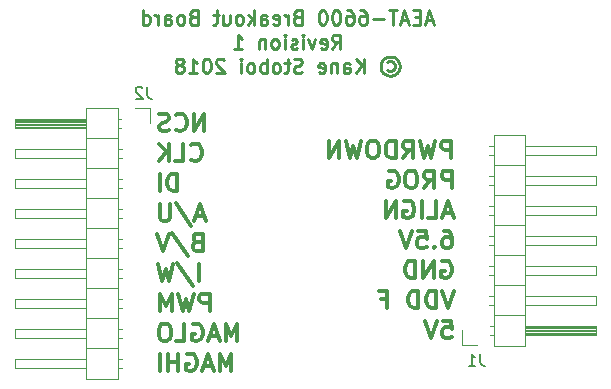
<source format=gbo>
G04 #@! TF.FileFunction,Legend,Bot*
%FSLAX46Y46*%
G04 Gerber Fmt 4.6, Leading zero omitted, Abs format (unit mm)*
G04 Created by KiCad (PCBNEW 4.0.7) date 08/21/18 13:31:30*
%MOMM*%
%LPD*%
G01*
G04 APERTURE LIST*
%ADD10C,0.100000*%
%ADD11C,0.250000*%
%ADD12C,0.300000*%
%ADD13C,0.120000*%
%ADD14C,0.150000*%
G04 APERTURE END LIST*
D10*
D11*
X153509713Y-97210000D02*
X152938284Y-97210000D01*
X153623998Y-97552857D02*
X153223998Y-96352857D01*
X152823998Y-97552857D01*
X152423999Y-96924286D02*
X152023999Y-96924286D01*
X151852570Y-97552857D02*
X152423999Y-97552857D01*
X152423999Y-96352857D01*
X151852570Y-96352857D01*
X151395428Y-97210000D02*
X150823999Y-97210000D01*
X151509713Y-97552857D02*
X151109713Y-96352857D01*
X150709713Y-97552857D01*
X150481142Y-96352857D02*
X149795428Y-96352857D01*
X150138285Y-97552857D02*
X150138285Y-96352857D01*
X149395428Y-97095714D02*
X148481142Y-97095714D01*
X147395428Y-96352857D02*
X147623999Y-96352857D01*
X147738285Y-96410000D01*
X147795428Y-96467143D01*
X147909714Y-96638571D01*
X147966857Y-96867143D01*
X147966857Y-97324286D01*
X147909714Y-97438571D01*
X147852571Y-97495714D01*
X147738285Y-97552857D01*
X147509714Y-97552857D01*
X147395428Y-97495714D01*
X147338285Y-97438571D01*
X147281142Y-97324286D01*
X147281142Y-97038571D01*
X147338285Y-96924286D01*
X147395428Y-96867143D01*
X147509714Y-96810000D01*
X147738285Y-96810000D01*
X147852571Y-96867143D01*
X147909714Y-96924286D01*
X147966857Y-97038571D01*
X146252571Y-96352857D02*
X146481142Y-96352857D01*
X146595428Y-96410000D01*
X146652571Y-96467143D01*
X146766857Y-96638571D01*
X146824000Y-96867143D01*
X146824000Y-97324286D01*
X146766857Y-97438571D01*
X146709714Y-97495714D01*
X146595428Y-97552857D01*
X146366857Y-97552857D01*
X146252571Y-97495714D01*
X146195428Y-97438571D01*
X146138285Y-97324286D01*
X146138285Y-97038571D01*
X146195428Y-96924286D01*
X146252571Y-96867143D01*
X146366857Y-96810000D01*
X146595428Y-96810000D01*
X146709714Y-96867143D01*
X146766857Y-96924286D01*
X146824000Y-97038571D01*
X145395428Y-96352857D02*
X145281143Y-96352857D01*
X145166857Y-96410000D01*
X145109714Y-96467143D01*
X145052571Y-96581429D01*
X144995428Y-96810000D01*
X144995428Y-97095714D01*
X145052571Y-97324286D01*
X145109714Y-97438571D01*
X145166857Y-97495714D01*
X145281143Y-97552857D01*
X145395428Y-97552857D01*
X145509714Y-97495714D01*
X145566857Y-97438571D01*
X145624000Y-97324286D01*
X145681143Y-97095714D01*
X145681143Y-96810000D01*
X145624000Y-96581429D01*
X145566857Y-96467143D01*
X145509714Y-96410000D01*
X145395428Y-96352857D01*
X144252571Y-96352857D02*
X144138286Y-96352857D01*
X144024000Y-96410000D01*
X143966857Y-96467143D01*
X143909714Y-96581429D01*
X143852571Y-96810000D01*
X143852571Y-97095714D01*
X143909714Y-97324286D01*
X143966857Y-97438571D01*
X144024000Y-97495714D01*
X144138286Y-97552857D01*
X144252571Y-97552857D01*
X144366857Y-97495714D01*
X144424000Y-97438571D01*
X144481143Y-97324286D01*
X144538286Y-97095714D01*
X144538286Y-96810000D01*
X144481143Y-96581429D01*
X144424000Y-96467143D01*
X144366857Y-96410000D01*
X144252571Y-96352857D01*
X142024000Y-96924286D02*
X141852571Y-96981429D01*
X141795428Y-97038571D01*
X141738285Y-97152857D01*
X141738285Y-97324286D01*
X141795428Y-97438571D01*
X141852571Y-97495714D01*
X141966857Y-97552857D01*
X142424000Y-97552857D01*
X142424000Y-96352857D01*
X142024000Y-96352857D01*
X141909714Y-96410000D01*
X141852571Y-96467143D01*
X141795428Y-96581429D01*
X141795428Y-96695714D01*
X141852571Y-96810000D01*
X141909714Y-96867143D01*
X142024000Y-96924286D01*
X142424000Y-96924286D01*
X141224000Y-97552857D02*
X141224000Y-96752857D01*
X141224000Y-96981429D02*
X141166857Y-96867143D01*
X141109714Y-96810000D01*
X140995428Y-96752857D01*
X140881143Y-96752857D01*
X140024000Y-97495714D02*
X140138286Y-97552857D01*
X140366857Y-97552857D01*
X140481143Y-97495714D01*
X140538286Y-97381429D01*
X140538286Y-96924286D01*
X140481143Y-96810000D01*
X140366857Y-96752857D01*
X140138286Y-96752857D01*
X140024000Y-96810000D01*
X139966857Y-96924286D01*
X139966857Y-97038571D01*
X140538286Y-97152857D01*
X138938286Y-97552857D02*
X138938286Y-96924286D01*
X138995429Y-96810000D01*
X139109715Y-96752857D01*
X139338286Y-96752857D01*
X139452572Y-96810000D01*
X138938286Y-97495714D02*
X139052572Y-97552857D01*
X139338286Y-97552857D01*
X139452572Y-97495714D01*
X139509715Y-97381429D01*
X139509715Y-97267143D01*
X139452572Y-97152857D01*
X139338286Y-97095714D01*
X139052572Y-97095714D01*
X138938286Y-97038571D01*
X138366858Y-97552857D02*
X138366858Y-96352857D01*
X138252572Y-97095714D02*
X137909715Y-97552857D01*
X137909715Y-96752857D02*
X138366858Y-97210000D01*
X137224000Y-97552857D02*
X137338286Y-97495714D01*
X137395429Y-97438571D01*
X137452572Y-97324286D01*
X137452572Y-96981429D01*
X137395429Y-96867143D01*
X137338286Y-96810000D01*
X137224000Y-96752857D01*
X137052572Y-96752857D01*
X136938286Y-96810000D01*
X136881143Y-96867143D01*
X136824000Y-96981429D01*
X136824000Y-97324286D01*
X136881143Y-97438571D01*
X136938286Y-97495714D01*
X137052572Y-97552857D01*
X137224000Y-97552857D01*
X135795429Y-96752857D02*
X135795429Y-97552857D01*
X136309715Y-96752857D02*
X136309715Y-97381429D01*
X136252572Y-97495714D01*
X136138286Y-97552857D01*
X135966858Y-97552857D01*
X135852572Y-97495714D01*
X135795429Y-97438571D01*
X135395429Y-96752857D02*
X134938286Y-96752857D01*
X135224001Y-96352857D02*
X135224001Y-97381429D01*
X135166858Y-97495714D01*
X135052572Y-97552857D01*
X134938286Y-97552857D01*
X133224001Y-96924286D02*
X133052572Y-96981429D01*
X132995429Y-97038571D01*
X132938286Y-97152857D01*
X132938286Y-97324286D01*
X132995429Y-97438571D01*
X133052572Y-97495714D01*
X133166858Y-97552857D01*
X133624001Y-97552857D01*
X133624001Y-96352857D01*
X133224001Y-96352857D01*
X133109715Y-96410000D01*
X133052572Y-96467143D01*
X132995429Y-96581429D01*
X132995429Y-96695714D01*
X133052572Y-96810000D01*
X133109715Y-96867143D01*
X133224001Y-96924286D01*
X133624001Y-96924286D01*
X132252572Y-97552857D02*
X132366858Y-97495714D01*
X132424001Y-97438571D01*
X132481144Y-97324286D01*
X132481144Y-96981429D01*
X132424001Y-96867143D01*
X132366858Y-96810000D01*
X132252572Y-96752857D01*
X132081144Y-96752857D01*
X131966858Y-96810000D01*
X131909715Y-96867143D01*
X131852572Y-96981429D01*
X131852572Y-97324286D01*
X131909715Y-97438571D01*
X131966858Y-97495714D01*
X132081144Y-97552857D01*
X132252572Y-97552857D01*
X130824001Y-97552857D02*
X130824001Y-96924286D01*
X130881144Y-96810000D01*
X130995430Y-96752857D01*
X131224001Y-96752857D01*
X131338287Y-96810000D01*
X130824001Y-97495714D02*
X130938287Y-97552857D01*
X131224001Y-97552857D01*
X131338287Y-97495714D01*
X131395430Y-97381429D01*
X131395430Y-97267143D01*
X131338287Y-97152857D01*
X131224001Y-97095714D01*
X130938287Y-97095714D01*
X130824001Y-97038571D01*
X130252573Y-97552857D02*
X130252573Y-96752857D01*
X130252573Y-96981429D02*
X130195430Y-96867143D01*
X130138287Y-96810000D01*
X130024001Y-96752857D01*
X129909716Y-96752857D01*
X128995430Y-97552857D02*
X128995430Y-96352857D01*
X128995430Y-97495714D02*
X129109716Y-97552857D01*
X129338287Y-97552857D01*
X129452573Y-97495714D01*
X129509716Y-97438571D01*
X129566859Y-97324286D01*
X129566859Y-96981429D01*
X129509716Y-96867143D01*
X129452573Y-96810000D01*
X129338287Y-96752857D01*
X129109716Y-96752857D01*
X128995430Y-96810000D01*
X144995428Y-99602857D02*
X145395428Y-99031429D01*
X145681143Y-99602857D02*
X145681143Y-98402857D01*
X145224000Y-98402857D01*
X145109714Y-98460000D01*
X145052571Y-98517143D01*
X144995428Y-98631429D01*
X144995428Y-98802857D01*
X145052571Y-98917143D01*
X145109714Y-98974286D01*
X145224000Y-99031429D01*
X145681143Y-99031429D01*
X144024000Y-99545714D02*
X144138286Y-99602857D01*
X144366857Y-99602857D01*
X144481143Y-99545714D01*
X144538286Y-99431429D01*
X144538286Y-98974286D01*
X144481143Y-98860000D01*
X144366857Y-98802857D01*
X144138286Y-98802857D01*
X144024000Y-98860000D01*
X143966857Y-98974286D01*
X143966857Y-99088571D01*
X144538286Y-99202857D01*
X143566857Y-98802857D02*
X143281143Y-99602857D01*
X142995429Y-98802857D01*
X142538286Y-99602857D02*
X142538286Y-98802857D01*
X142538286Y-98402857D02*
X142595429Y-98460000D01*
X142538286Y-98517143D01*
X142481143Y-98460000D01*
X142538286Y-98402857D01*
X142538286Y-98517143D01*
X142024000Y-99545714D02*
X141909714Y-99602857D01*
X141681142Y-99602857D01*
X141566857Y-99545714D01*
X141509714Y-99431429D01*
X141509714Y-99374286D01*
X141566857Y-99260000D01*
X141681142Y-99202857D01*
X141852571Y-99202857D01*
X141966857Y-99145714D01*
X142024000Y-99031429D01*
X142024000Y-98974286D01*
X141966857Y-98860000D01*
X141852571Y-98802857D01*
X141681142Y-98802857D01*
X141566857Y-98860000D01*
X140995428Y-99602857D02*
X140995428Y-98802857D01*
X140995428Y-98402857D02*
X141052571Y-98460000D01*
X140995428Y-98517143D01*
X140938285Y-98460000D01*
X140995428Y-98402857D01*
X140995428Y-98517143D01*
X140252570Y-99602857D02*
X140366856Y-99545714D01*
X140423999Y-99488571D01*
X140481142Y-99374286D01*
X140481142Y-99031429D01*
X140423999Y-98917143D01*
X140366856Y-98860000D01*
X140252570Y-98802857D01*
X140081142Y-98802857D01*
X139966856Y-98860000D01*
X139909713Y-98917143D01*
X139852570Y-99031429D01*
X139852570Y-99374286D01*
X139909713Y-99488571D01*
X139966856Y-99545714D01*
X140081142Y-99602857D01*
X140252570Y-99602857D01*
X139338285Y-98802857D02*
X139338285Y-99602857D01*
X139338285Y-98917143D02*
X139281142Y-98860000D01*
X139166856Y-98802857D01*
X138995428Y-98802857D01*
X138881142Y-98860000D01*
X138823999Y-98974286D01*
X138823999Y-99602857D01*
X136709713Y-99602857D02*
X137395428Y-99602857D01*
X137052570Y-99602857D02*
X137052570Y-98402857D01*
X137166856Y-98574286D01*
X137281142Y-98688571D01*
X137395428Y-98745714D01*
X149681142Y-100738571D02*
X149795428Y-100681429D01*
X150023999Y-100681429D01*
X150138285Y-100738571D01*
X150252571Y-100852857D01*
X150309714Y-100967143D01*
X150309714Y-101195714D01*
X150252571Y-101310000D01*
X150138285Y-101424286D01*
X150023999Y-101481429D01*
X149795428Y-101481429D01*
X149681142Y-101424286D01*
X149909714Y-100281429D02*
X150195428Y-100338571D01*
X150481142Y-100510000D01*
X150652571Y-100795714D01*
X150709714Y-101081429D01*
X150652571Y-101367143D01*
X150481142Y-101652857D01*
X150195428Y-101824286D01*
X149909714Y-101881429D01*
X149623999Y-101824286D01*
X149338285Y-101652857D01*
X149166856Y-101367143D01*
X149109714Y-101081429D01*
X149166856Y-100795714D01*
X149338285Y-100510000D01*
X149623999Y-100338571D01*
X149909714Y-100281429D01*
X147681142Y-101652857D02*
X147681142Y-100452857D01*
X146995427Y-101652857D02*
X147509713Y-100967143D01*
X146995427Y-100452857D02*
X147681142Y-101138571D01*
X145966856Y-101652857D02*
X145966856Y-101024286D01*
X146023999Y-100910000D01*
X146138285Y-100852857D01*
X146366856Y-100852857D01*
X146481142Y-100910000D01*
X145966856Y-101595714D02*
X146081142Y-101652857D01*
X146366856Y-101652857D01*
X146481142Y-101595714D01*
X146538285Y-101481429D01*
X146538285Y-101367143D01*
X146481142Y-101252857D01*
X146366856Y-101195714D01*
X146081142Y-101195714D01*
X145966856Y-101138571D01*
X145395428Y-100852857D02*
X145395428Y-101652857D01*
X145395428Y-100967143D02*
X145338285Y-100910000D01*
X145223999Y-100852857D01*
X145052571Y-100852857D01*
X144938285Y-100910000D01*
X144881142Y-101024286D01*
X144881142Y-101652857D01*
X143852571Y-101595714D02*
X143966857Y-101652857D01*
X144195428Y-101652857D01*
X144309714Y-101595714D01*
X144366857Y-101481429D01*
X144366857Y-101024286D01*
X144309714Y-100910000D01*
X144195428Y-100852857D01*
X143966857Y-100852857D01*
X143852571Y-100910000D01*
X143795428Y-101024286D01*
X143795428Y-101138571D01*
X144366857Y-101252857D01*
X142424000Y-101595714D02*
X142252571Y-101652857D01*
X141966857Y-101652857D01*
X141852571Y-101595714D01*
X141795428Y-101538571D01*
X141738285Y-101424286D01*
X141738285Y-101310000D01*
X141795428Y-101195714D01*
X141852571Y-101138571D01*
X141966857Y-101081429D01*
X142195428Y-101024286D01*
X142309714Y-100967143D01*
X142366857Y-100910000D01*
X142424000Y-100795714D01*
X142424000Y-100681429D01*
X142366857Y-100567143D01*
X142309714Y-100510000D01*
X142195428Y-100452857D01*
X141909714Y-100452857D01*
X141738285Y-100510000D01*
X141395428Y-100852857D02*
X140938285Y-100852857D01*
X141224000Y-100452857D02*
X141224000Y-101481429D01*
X141166857Y-101595714D01*
X141052571Y-101652857D01*
X140938285Y-101652857D01*
X140366857Y-101652857D02*
X140481143Y-101595714D01*
X140538286Y-101538571D01*
X140595429Y-101424286D01*
X140595429Y-101081429D01*
X140538286Y-100967143D01*
X140481143Y-100910000D01*
X140366857Y-100852857D01*
X140195429Y-100852857D01*
X140081143Y-100910000D01*
X140024000Y-100967143D01*
X139966857Y-101081429D01*
X139966857Y-101424286D01*
X140024000Y-101538571D01*
X140081143Y-101595714D01*
X140195429Y-101652857D01*
X140366857Y-101652857D01*
X139452572Y-101652857D02*
X139452572Y-100452857D01*
X139452572Y-100910000D02*
X139338286Y-100852857D01*
X139109715Y-100852857D01*
X138995429Y-100910000D01*
X138938286Y-100967143D01*
X138881143Y-101081429D01*
X138881143Y-101424286D01*
X138938286Y-101538571D01*
X138995429Y-101595714D01*
X139109715Y-101652857D01*
X139338286Y-101652857D01*
X139452572Y-101595714D01*
X138195429Y-101652857D02*
X138309715Y-101595714D01*
X138366858Y-101538571D01*
X138424001Y-101424286D01*
X138424001Y-101081429D01*
X138366858Y-100967143D01*
X138309715Y-100910000D01*
X138195429Y-100852857D01*
X138024001Y-100852857D01*
X137909715Y-100910000D01*
X137852572Y-100967143D01*
X137795429Y-101081429D01*
X137795429Y-101424286D01*
X137852572Y-101538571D01*
X137909715Y-101595714D01*
X138024001Y-101652857D01*
X138195429Y-101652857D01*
X137281144Y-101652857D02*
X137281144Y-100852857D01*
X137281144Y-100452857D02*
X137338287Y-100510000D01*
X137281144Y-100567143D01*
X137224001Y-100510000D01*
X137281144Y-100452857D01*
X137281144Y-100567143D01*
X135852572Y-100567143D02*
X135795429Y-100510000D01*
X135681143Y-100452857D01*
X135395429Y-100452857D01*
X135281143Y-100510000D01*
X135224000Y-100567143D01*
X135166857Y-100681429D01*
X135166857Y-100795714D01*
X135224000Y-100967143D01*
X135909714Y-101652857D01*
X135166857Y-101652857D01*
X134424000Y-100452857D02*
X134309715Y-100452857D01*
X134195429Y-100510000D01*
X134138286Y-100567143D01*
X134081143Y-100681429D01*
X134024000Y-100910000D01*
X134024000Y-101195714D01*
X134081143Y-101424286D01*
X134138286Y-101538571D01*
X134195429Y-101595714D01*
X134309715Y-101652857D01*
X134424000Y-101652857D01*
X134538286Y-101595714D01*
X134595429Y-101538571D01*
X134652572Y-101424286D01*
X134709715Y-101195714D01*
X134709715Y-100910000D01*
X134652572Y-100681429D01*
X134595429Y-100567143D01*
X134538286Y-100510000D01*
X134424000Y-100452857D01*
X132881143Y-101652857D02*
X133566858Y-101652857D01*
X133224000Y-101652857D02*
X133224000Y-100452857D01*
X133338286Y-100624286D01*
X133452572Y-100738571D01*
X133566858Y-100795714D01*
X132195429Y-100967143D02*
X132309715Y-100910000D01*
X132366858Y-100852857D01*
X132424001Y-100738571D01*
X132424001Y-100681429D01*
X132366858Y-100567143D01*
X132309715Y-100510000D01*
X132195429Y-100452857D01*
X131966858Y-100452857D01*
X131852572Y-100510000D01*
X131795429Y-100567143D01*
X131738286Y-100681429D01*
X131738286Y-100738571D01*
X131795429Y-100852857D01*
X131852572Y-100910000D01*
X131966858Y-100967143D01*
X132195429Y-100967143D01*
X132309715Y-101024286D01*
X132366858Y-101081429D01*
X132424001Y-101195714D01*
X132424001Y-101424286D01*
X132366858Y-101538571D01*
X132309715Y-101595714D01*
X132195429Y-101652857D01*
X131966858Y-101652857D01*
X131852572Y-101595714D01*
X131795429Y-101538571D01*
X131738286Y-101424286D01*
X131738286Y-101195714D01*
X131795429Y-101081429D01*
X131852572Y-101024286D01*
X131966858Y-100967143D01*
D12*
X154376571Y-122622571D02*
X155090857Y-122622571D01*
X155162286Y-123336857D01*
X155090857Y-123265429D01*
X154948000Y-123194000D01*
X154590857Y-123194000D01*
X154448000Y-123265429D01*
X154376571Y-123336857D01*
X154305143Y-123479714D01*
X154305143Y-123836857D01*
X154376571Y-123979714D01*
X154448000Y-124051143D01*
X154590857Y-124122571D01*
X154948000Y-124122571D01*
X155090857Y-124051143D01*
X155162286Y-123979714D01*
X153876572Y-122622571D02*
X153376572Y-124122571D01*
X152876572Y-122622571D01*
X155305143Y-120082571D02*
X154805143Y-121582571D01*
X154305143Y-120082571D01*
X153805143Y-121582571D02*
X153805143Y-120082571D01*
X153448000Y-120082571D01*
X153233715Y-120154000D01*
X153090857Y-120296857D01*
X153019429Y-120439714D01*
X152948000Y-120725429D01*
X152948000Y-120939714D01*
X153019429Y-121225429D01*
X153090857Y-121368286D01*
X153233715Y-121511143D01*
X153448000Y-121582571D01*
X153805143Y-121582571D01*
X152305143Y-121582571D02*
X152305143Y-120082571D01*
X151948000Y-120082571D01*
X151733715Y-120154000D01*
X151590857Y-120296857D01*
X151519429Y-120439714D01*
X151448000Y-120725429D01*
X151448000Y-120939714D01*
X151519429Y-121225429D01*
X151590857Y-121368286D01*
X151733715Y-121511143D01*
X151948000Y-121582571D01*
X152305143Y-121582571D01*
X149162286Y-120796857D02*
X149662286Y-120796857D01*
X149662286Y-121582571D02*
X149662286Y-120082571D01*
X148948000Y-120082571D01*
X154305143Y-117614000D02*
X154448000Y-117542571D01*
X154662286Y-117542571D01*
X154876571Y-117614000D01*
X155019429Y-117756857D01*
X155090857Y-117899714D01*
X155162286Y-118185429D01*
X155162286Y-118399714D01*
X155090857Y-118685429D01*
X155019429Y-118828286D01*
X154876571Y-118971143D01*
X154662286Y-119042571D01*
X154519429Y-119042571D01*
X154305143Y-118971143D01*
X154233714Y-118899714D01*
X154233714Y-118399714D01*
X154519429Y-118399714D01*
X153590857Y-119042571D02*
X153590857Y-117542571D01*
X152733714Y-119042571D01*
X152733714Y-117542571D01*
X152019428Y-119042571D02*
X152019428Y-117542571D01*
X151662285Y-117542571D01*
X151448000Y-117614000D01*
X151305142Y-117756857D01*
X151233714Y-117899714D01*
X151162285Y-118185429D01*
X151162285Y-118399714D01*
X151233714Y-118685429D01*
X151305142Y-118828286D01*
X151448000Y-118971143D01*
X151662285Y-119042571D01*
X152019428Y-119042571D01*
X154448000Y-115002571D02*
X154733714Y-115002571D01*
X154876571Y-115074000D01*
X154948000Y-115145429D01*
X155090857Y-115359714D01*
X155162286Y-115645429D01*
X155162286Y-116216857D01*
X155090857Y-116359714D01*
X155019429Y-116431143D01*
X154876571Y-116502571D01*
X154590857Y-116502571D01*
X154448000Y-116431143D01*
X154376571Y-116359714D01*
X154305143Y-116216857D01*
X154305143Y-115859714D01*
X154376571Y-115716857D01*
X154448000Y-115645429D01*
X154590857Y-115574000D01*
X154876571Y-115574000D01*
X155019429Y-115645429D01*
X155090857Y-115716857D01*
X155162286Y-115859714D01*
X153662286Y-116359714D02*
X153590858Y-116431143D01*
X153662286Y-116502571D01*
X153733715Y-116431143D01*
X153662286Y-116359714D01*
X153662286Y-116502571D01*
X152233714Y-115002571D02*
X152948000Y-115002571D01*
X153019429Y-115716857D01*
X152948000Y-115645429D01*
X152805143Y-115574000D01*
X152448000Y-115574000D01*
X152305143Y-115645429D01*
X152233714Y-115716857D01*
X152162286Y-115859714D01*
X152162286Y-116216857D01*
X152233714Y-116359714D01*
X152305143Y-116431143D01*
X152448000Y-116502571D01*
X152805143Y-116502571D01*
X152948000Y-116431143D01*
X153019429Y-116359714D01*
X151733715Y-115002571D02*
X151233715Y-116502571D01*
X150733715Y-115002571D01*
X155162286Y-113534000D02*
X154448000Y-113534000D01*
X155305143Y-113962571D02*
X154805143Y-112462571D01*
X154305143Y-113962571D01*
X153090857Y-113962571D02*
X153805143Y-113962571D01*
X153805143Y-112462571D01*
X152590857Y-113962571D02*
X152590857Y-112462571D01*
X151090857Y-112534000D02*
X151233714Y-112462571D01*
X151448000Y-112462571D01*
X151662285Y-112534000D01*
X151805143Y-112676857D01*
X151876571Y-112819714D01*
X151948000Y-113105429D01*
X151948000Y-113319714D01*
X151876571Y-113605429D01*
X151805143Y-113748286D01*
X151662285Y-113891143D01*
X151448000Y-113962571D01*
X151305143Y-113962571D01*
X151090857Y-113891143D01*
X151019428Y-113819714D01*
X151019428Y-113319714D01*
X151305143Y-113319714D01*
X150376571Y-113962571D02*
X150376571Y-112462571D01*
X149519428Y-113962571D01*
X149519428Y-112462571D01*
X155130857Y-111422571D02*
X155130857Y-109922571D01*
X154559429Y-109922571D01*
X154416571Y-109994000D01*
X154345143Y-110065429D01*
X154273714Y-110208286D01*
X154273714Y-110422571D01*
X154345143Y-110565429D01*
X154416571Y-110636857D01*
X154559429Y-110708286D01*
X155130857Y-110708286D01*
X152773714Y-111422571D02*
X153273714Y-110708286D01*
X153630857Y-111422571D02*
X153630857Y-109922571D01*
X153059429Y-109922571D01*
X152916571Y-109994000D01*
X152845143Y-110065429D01*
X152773714Y-110208286D01*
X152773714Y-110422571D01*
X152845143Y-110565429D01*
X152916571Y-110636857D01*
X153059429Y-110708286D01*
X153630857Y-110708286D01*
X151845143Y-109922571D02*
X151559429Y-109922571D01*
X151416571Y-109994000D01*
X151273714Y-110136857D01*
X151202286Y-110422571D01*
X151202286Y-110922571D01*
X151273714Y-111208286D01*
X151416571Y-111351143D01*
X151559429Y-111422571D01*
X151845143Y-111422571D01*
X151988000Y-111351143D01*
X152130857Y-111208286D01*
X152202286Y-110922571D01*
X152202286Y-110422571D01*
X152130857Y-110136857D01*
X151988000Y-109994000D01*
X151845143Y-109922571D01*
X149773714Y-109994000D02*
X149916571Y-109922571D01*
X150130857Y-109922571D01*
X150345142Y-109994000D01*
X150488000Y-110136857D01*
X150559428Y-110279714D01*
X150630857Y-110565429D01*
X150630857Y-110779714D01*
X150559428Y-111065429D01*
X150488000Y-111208286D01*
X150345142Y-111351143D01*
X150130857Y-111422571D01*
X149988000Y-111422571D01*
X149773714Y-111351143D01*
X149702285Y-111279714D01*
X149702285Y-110779714D01*
X149988000Y-110779714D01*
X155090857Y-108882571D02*
X155090857Y-107382571D01*
X154519429Y-107382571D01*
X154376571Y-107454000D01*
X154305143Y-107525429D01*
X154233714Y-107668286D01*
X154233714Y-107882571D01*
X154305143Y-108025429D01*
X154376571Y-108096857D01*
X154519429Y-108168286D01*
X155090857Y-108168286D01*
X153733714Y-107382571D02*
X153376571Y-108882571D01*
X153090857Y-107811143D01*
X152805143Y-108882571D01*
X152448000Y-107382571D01*
X151019428Y-108882571D02*
X151519428Y-108168286D01*
X151876571Y-108882571D02*
X151876571Y-107382571D01*
X151305143Y-107382571D01*
X151162285Y-107454000D01*
X151090857Y-107525429D01*
X151019428Y-107668286D01*
X151019428Y-107882571D01*
X151090857Y-108025429D01*
X151162285Y-108096857D01*
X151305143Y-108168286D01*
X151876571Y-108168286D01*
X150376571Y-108882571D02*
X150376571Y-107382571D01*
X150019428Y-107382571D01*
X149805143Y-107454000D01*
X149662285Y-107596857D01*
X149590857Y-107739714D01*
X149519428Y-108025429D01*
X149519428Y-108239714D01*
X149590857Y-108525429D01*
X149662285Y-108668286D01*
X149805143Y-108811143D01*
X150019428Y-108882571D01*
X150376571Y-108882571D01*
X148590857Y-107382571D02*
X148305143Y-107382571D01*
X148162285Y-107454000D01*
X148019428Y-107596857D01*
X147948000Y-107882571D01*
X147948000Y-108382571D01*
X148019428Y-108668286D01*
X148162285Y-108811143D01*
X148305143Y-108882571D01*
X148590857Y-108882571D01*
X148733714Y-108811143D01*
X148876571Y-108668286D01*
X148948000Y-108382571D01*
X148948000Y-107882571D01*
X148876571Y-107596857D01*
X148733714Y-107454000D01*
X148590857Y-107382571D01*
X147447999Y-107382571D02*
X147090856Y-108882571D01*
X146805142Y-107811143D01*
X146519428Y-108882571D01*
X146162285Y-107382571D01*
X145590856Y-108882571D02*
X145590856Y-107382571D01*
X144733713Y-108882571D01*
X144733713Y-107382571D01*
X136476572Y-126916571D02*
X136476572Y-125416571D01*
X135976572Y-126488000D01*
X135476572Y-125416571D01*
X135476572Y-126916571D01*
X134833715Y-126488000D02*
X134119429Y-126488000D01*
X134976572Y-126916571D02*
X134476572Y-125416571D01*
X133976572Y-126916571D01*
X132690858Y-125488000D02*
X132833715Y-125416571D01*
X133048001Y-125416571D01*
X133262286Y-125488000D01*
X133405144Y-125630857D01*
X133476572Y-125773714D01*
X133548001Y-126059429D01*
X133548001Y-126273714D01*
X133476572Y-126559429D01*
X133405144Y-126702286D01*
X133262286Y-126845143D01*
X133048001Y-126916571D01*
X132905144Y-126916571D01*
X132690858Y-126845143D01*
X132619429Y-126773714D01*
X132619429Y-126273714D01*
X132905144Y-126273714D01*
X131976572Y-126916571D02*
X131976572Y-125416571D01*
X131976572Y-126130857D02*
X131119429Y-126130857D01*
X131119429Y-126916571D02*
X131119429Y-125416571D01*
X130405143Y-126916571D02*
X130405143Y-125416571D01*
X136976572Y-124376571D02*
X136976572Y-122876571D01*
X136476572Y-123948000D01*
X135976572Y-122876571D01*
X135976572Y-124376571D01*
X135333715Y-123948000D02*
X134619429Y-123948000D01*
X135476572Y-124376571D02*
X134976572Y-122876571D01*
X134476572Y-124376571D01*
X133190858Y-122948000D02*
X133333715Y-122876571D01*
X133548001Y-122876571D01*
X133762286Y-122948000D01*
X133905144Y-123090857D01*
X133976572Y-123233714D01*
X134048001Y-123519429D01*
X134048001Y-123733714D01*
X133976572Y-124019429D01*
X133905144Y-124162286D01*
X133762286Y-124305143D01*
X133548001Y-124376571D01*
X133405144Y-124376571D01*
X133190858Y-124305143D01*
X133119429Y-124233714D01*
X133119429Y-123733714D01*
X133405144Y-123733714D01*
X131762286Y-124376571D02*
X132476572Y-124376571D01*
X132476572Y-122876571D01*
X130976572Y-122876571D02*
X130690858Y-122876571D01*
X130548000Y-122948000D01*
X130405143Y-123090857D01*
X130333715Y-123376571D01*
X130333715Y-123876571D01*
X130405143Y-124162286D01*
X130548000Y-124305143D01*
X130690858Y-124376571D01*
X130976572Y-124376571D01*
X131119429Y-124305143D01*
X131262286Y-124162286D01*
X131333715Y-123876571D01*
X131333715Y-123376571D01*
X131262286Y-123090857D01*
X131119429Y-122948000D01*
X130976572Y-122876571D01*
X134619429Y-121836571D02*
X134619429Y-120336571D01*
X134048001Y-120336571D01*
X133905143Y-120408000D01*
X133833715Y-120479429D01*
X133762286Y-120622286D01*
X133762286Y-120836571D01*
X133833715Y-120979429D01*
X133905143Y-121050857D01*
X134048001Y-121122286D01*
X134619429Y-121122286D01*
X133262286Y-120336571D02*
X132905143Y-121836571D01*
X132619429Y-120765143D01*
X132333715Y-121836571D01*
X131976572Y-120336571D01*
X131405143Y-121836571D02*
X131405143Y-120336571D01*
X130905143Y-121408000D01*
X130405143Y-120336571D01*
X130405143Y-121836571D01*
X133690858Y-119296571D02*
X133690858Y-117796571D01*
X131905144Y-117725143D02*
X133190858Y-119653714D01*
X131548000Y-117796571D02*
X131190857Y-119296571D01*
X130905143Y-118225143D01*
X130619429Y-119296571D01*
X130262286Y-117796571D01*
X133548000Y-115970857D02*
X133333714Y-116042286D01*
X133262286Y-116113714D01*
X133190857Y-116256571D01*
X133190857Y-116470857D01*
X133262286Y-116613714D01*
X133333714Y-116685143D01*
X133476572Y-116756571D01*
X134048000Y-116756571D01*
X134048000Y-115256571D01*
X133548000Y-115256571D01*
X133405143Y-115328000D01*
X133333714Y-115399429D01*
X133262286Y-115542286D01*
X133262286Y-115685143D01*
X133333714Y-115828000D01*
X133405143Y-115899429D01*
X133548000Y-115970857D01*
X134048000Y-115970857D01*
X131476572Y-115185143D02*
X132762286Y-117113714D01*
X131190857Y-115256571D02*
X130690857Y-116756571D01*
X130190857Y-115256571D01*
X134190858Y-113788000D02*
X133476572Y-113788000D01*
X134333715Y-114216571D02*
X133833715Y-112716571D01*
X133333715Y-114216571D01*
X131762287Y-112645143D02*
X133048001Y-114573714D01*
X131262286Y-112716571D02*
X131262286Y-113930857D01*
X131190858Y-114073714D01*
X131119429Y-114145143D01*
X130976572Y-114216571D01*
X130690858Y-114216571D01*
X130548000Y-114145143D01*
X130476572Y-114073714D01*
X130405143Y-113930857D01*
X130405143Y-112716571D01*
X131905143Y-111676571D02*
X131905143Y-110176571D01*
X131548000Y-110176571D01*
X131333715Y-110248000D01*
X131190857Y-110390857D01*
X131119429Y-110533714D01*
X131048000Y-110819429D01*
X131048000Y-111033714D01*
X131119429Y-111319429D01*
X131190857Y-111462286D01*
X131333715Y-111605143D01*
X131548000Y-111676571D01*
X131905143Y-111676571D01*
X130405143Y-111676571D02*
X130405143Y-110176571D01*
X133048000Y-108993714D02*
X133119429Y-109065143D01*
X133333715Y-109136571D01*
X133476572Y-109136571D01*
X133690857Y-109065143D01*
X133833715Y-108922286D01*
X133905143Y-108779429D01*
X133976572Y-108493714D01*
X133976572Y-108279429D01*
X133905143Y-107993714D01*
X133833715Y-107850857D01*
X133690857Y-107708000D01*
X133476572Y-107636571D01*
X133333715Y-107636571D01*
X133119429Y-107708000D01*
X133048000Y-107779429D01*
X131690857Y-109136571D02*
X132405143Y-109136571D01*
X132405143Y-107636571D01*
X131190857Y-109136571D02*
X131190857Y-107636571D01*
X130333714Y-109136571D02*
X130976571Y-108279429D01*
X130333714Y-107636571D02*
X131190857Y-108493714D01*
X134190857Y-106596571D02*
X134190857Y-105096571D01*
X133333714Y-106596571D01*
X133333714Y-105096571D01*
X131762285Y-106453714D02*
X131833714Y-106525143D01*
X132048000Y-106596571D01*
X132190857Y-106596571D01*
X132405142Y-106525143D01*
X132548000Y-106382286D01*
X132619428Y-106239429D01*
X132690857Y-105953714D01*
X132690857Y-105739429D01*
X132619428Y-105453714D01*
X132548000Y-105310857D01*
X132405142Y-105168000D01*
X132190857Y-105096571D01*
X132048000Y-105096571D01*
X131833714Y-105168000D01*
X131762285Y-105239429D01*
X131190857Y-106525143D02*
X130976571Y-106596571D01*
X130619428Y-106596571D01*
X130476571Y-106525143D01*
X130405142Y-106453714D01*
X130333714Y-106310857D01*
X130333714Y-106168000D01*
X130405142Y-106025143D01*
X130476571Y-105953714D01*
X130619428Y-105882286D01*
X130905142Y-105810857D01*
X131048000Y-105739429D01*
X131119428Y-105668000D01*
X131190857Y-105525143D01*
X131190857Y-105382286D01*
X131119428Y-105239429D01*
X131048000Y-105168000D01*
X130905142Y-105096571D01*
X130548000Y-105096571D01*
X130333714Y-105168000D01*
D13*
X158666000Y-124774000D02*
X158666000Y-106874000D01*
X158666000Y-106874000D02*
X161326000Y-106874000D01*
X161326000Y-106874000D02*
X161326000Y-124774000D01*
X161326000Y-124774000D02*
X158666000Y-124774000D01*
X161326000Y-123824000D02*
X167326000Y-123824000D01*
X167326000Y-123824000D02*
X167326000Y-123064000D01*
X167326000Y-123064000D02*
X161326000Y-123064000D01*
X161326000Y-123764000D02*
X167326000Y-123764000D01*
X161326000Y-123644000D02*
X167326000Y-123644000D01*
X161326000Y-123524000D02*
X167326000Y-123524000D01*
X161326000Y-123404000D02*
X167326000Y-123404000D01*
X161326000Y-123284000D02*
X167326000Y-123284000D01*
X161326000Y-123164000D02*
X167326000Y-123164000D01*
X158336000Y-123824000D02*
X158666000Y-123824000D01*
X158336000Y-123064000D02*
X158666000Y-123064000D01*
X158666000Y-122174000D02*
X161326000Y-122174000D01*
X161326000Y-121284000D02*
X167326000Y-121284000D01*
X167326000Y-121284000D02*
X167326000Y-120524000D01*
X167326000Y-120524000D02*
X161326000Y-120524000D01*
X158268929Y-121284000D02*
X158666000Y-121284000D01*
X158268929Y-120524000D02*
X158666000Y-120524000D01*
X158666000Y-119634000D02*
X161326000Y-119634000D01*
X161326000Y-118744000D02*
X167326000Y-118744000D01*
X167326000Y-118744000D02*
X167326000Y-117984000D01*
X167326000Y-117984000D02*
X161326000Y-117984000D01*
X158268929Y-118744000D02*
X158666000Y-118744000D01*
X158268929Y-117984000D02*
X158666000Y-117984000D01*
X158666000Y-117094000D02*
X161326000Y-117094000D01*
X161326000Y-116204000D02*
X167326000Y-116204000D01*
X167326000Y-116204000D02*
X167326000Y-115444000D01*
X167326000Y-115444000D02*
X161326000Y-115444000D01*
X158268929Y-116204000D02*
X158666000Y-116204000D01*
X158268929Y-115444000D02*
X158666000Y-115444000D01*
X158666000Y-114554000D02*
X161326000Y-114554000D01*
X161326000Y-113664000D02*
X167326000Y-113664000D01*
X167326000Y-113664000D02*
X167326000Y-112904000D01*
X167326000Y-112904000D02*
X161326000Y-112904000D01*
X158268929Y-113664000D02*
X158666000Y-113664000D01*
X158268929Y-112904000D02*
X158666000Y-112904000D01*
X158666000Y-112014000D02*
X161326000Y-112014000D01*
X161326000Y-111124000D02*
X167326000Y-111124000D01*
X167326000Y-111124000D02*
X167326000Y-110364000D01*
X167326000Y-110364000D02*
X161326000Y-110364000D01*
X158268929Y-111124000D02*
X158666000Y-111124000D01*
X158268929Y-110364000D02*
X158666000Y-110364000D01*
X158666000Y-109474000D02*
X161326000Y-109474000D01*
X161326000Y-108584000D02*
X167326000Y-108584000D01*
X167326000Y-108584000D02*
X167326000Y-107824000D01*
X167326000Y-107824000D02*
X161326000Y-107824000D01*
X158268929Y-108584000D02*
X158666000Y-108584000D01*
X158268929Y-107824000D02*
X158666000Y-107824000D01*
X155956000Y-123444000D02*
X155956000Y-124714000D01*
X155956000Y-124714000D02*
X157226000Y-124714000D01*
X126830000Y-104588000D02*
X126830000Y-127568000D01*
X126830000Y-127568000D02*
X124170000Y-127568000D01*
X124170000Y-127568000D02*
X124170000Y-104588000D01*
X124170000Y-104588000D02*
X126830000Y-104588000D01*
X124170000Y-105538000D02*
X118170000Y-105538000D01*
X118170000Y-105538000D02*
X118170000Y-106298000D01*
X118170000Y-106298000D02*
X124170000Y-106298000D01*
X124170000Y-105598000D02*
X118170000Y-105598000D01*
X124170000Y-105718000D02*
X118170000Y-105718000D01*
X124170000Y-105838000D02*
X118170000Y-105838000D01*
X124170000Y-105958000D02*
X118170000Y-105958000D01*
X124170000Y-106078000D02*
X118170000Y-106078000D01*
X124170000Y-106198000D02*
X118170000Y-106198000D01*
X127160000Y-105538000D02*
X126830000Y-105538000D01*
X127160000Y-106298000D02*
X126830000Y-106298000D01*
X126830000Y-107188000D02*
X124170000Y-107188000D01*
X124170000Y-108078000D02*
X118170000Y-108078000D01*
X118170000Y-108078000D02*
X118170000Y-108838000D01*
X118170000Y-108838000D02*
X124170000Y-108838000D01*
X127227071Y-108078000D02*
X126830000Y-108078000D01*
X127227071Y-108838000D02*
X126830000Y-108838000D01*
X126830000Y-109728000D02*
X124170000Y-109728000D01*
X124170000Y-110618000D02*
X118170000Y-110618000D01*
X118170000Y-110618000D02*
X118170000Y-111378000D01*
X118170000Y-111378000D02*
X124170000Y-111378000D01*
X127227071Y-110618000D02*
X126830000Y-110618000D01*
X127227071Y-111378000D02*
X126830000Y-111378000D01*
X126830000Y-112268000D02*
X124170000Y-112268000D01*
X124170000Y-113158000D02*
X118170000Y-113158000D01*
X118170000Y-113158000D02*
X118170000Y-113918000D01*
X118170000Y-113918000D02*
X124170000Y-113918000D01*
X127227071Y-113158000D02*
X126830000Y-113158000D01*
X127227071Y-113918000D02*
X126830000Y-113918000D01*
X126830000Y-114808000D02*
X124170000Y-114808000D01*
X124170000Y-115698000D02*
X118170000Y-115698000D01*
X118170000Y-115698000D02*
X118170000Y-116458000D01*
X118170000Y-116458000D02*
X124170000Y-116458000D01*
X127227071Y-115698000D02*
X126830000Y-115698000D01*
X127227071Y-116458000D02*
X126830000Y-116458000D01*
X126830000Y-117348000D02*
X124170000Y-117348000D01*
X124170000Y-118238000D02*
X118170000Y-118238000D01*
X118170000Y-118238000D02*
X118170000Y-118998000D01*
X118170000Y-118998000D02*
X124170000Y-118998000D01*
X127227071Y-118238000D02*
X126830000Y-118238000D01*
X127227071Y-118998000D02*
X126830000Y-118998000D01*
X126830000Y-119888000D02*
X124170000Y-119888000D01*
X124170000Y-120778000D02*
X118170000Y-120778000D01*
X118170000Y-120778000D02*
X118170000Y-121538000D01*
X118170000Y-121538000D02*
X124170000Y-121538000D01*
X127227071Y-120778000D02*
X126830000Y-120778000D01*
X127227071Y-121538000D02*
X126830000Y-121538000D01*
X126830000Y-122428000D02*
X124170000Y-122428000D01*
X124170000Y-123318000D02*
X118170000Y-123318000D01*
X118170000Y-123318000D02*
X118170000Y-124078000D01*
X118170000Y-124078000D02*
X124170000Y-124078000D01*
X127227071Y-123318000D02*
X126830000Y-123318000D01*
X127227071Y-124078000D02*
X126830000Y-124078000D01*
X126830000Y-124968000D02*
X124170000Y-124968000D01*
X124170000Y-125858000D02*
X118170000Y-125858000D01*
X118170000Y-125858000D02*
X118170000Y-126618000D01*
X118170000Y-126618000D02*
X124170000Y-126618000D01*
X127227071Y-125858000D02*
X126830000Y-125858000D01*
X127227071Y-126618000D02*
X126830000Y-126618000D01*
X129540000Y-105918000D02*
X129540000Y-104648000D01*
X129540000Y-104648000D02*
X128270000Y-104648000D01*
D14*
X157559333Y-125436381D02*
X157559333Y-126150667D01*
X157606953Y-126293524D01*
X157702191Y-126388762D01*
X157845048Y-126436381D01*
X157940286Y-126436381D01*
X156559333Y-126436381D02*
X157130762Y-126436381D01*
X156845048Y-126436381D02*
X156845048Y-125436381D01*
X156940286Y-125579238D01*
X157035524Y-125674476D01*
X157130762Y-125722095D01*
X129365333Y-102830381D02*
X129365333Y-103544667D01*
X129412953Y-103687524D01*
X129508191Y-103782762D01*
X129651048Y-103830381D01*
X129746286Y-103830381D01*
X128936762Y-102925619D02*
X128889143Y-102878000D01*
X128793905Y-102830381D01*
X128555809Y-102830381D01*
X128460571Y-102878000D01*
X128412952Y-102925619D01*
X128365333Y-103020857D01*
X128365333Y-103116095D01*
X128412952Y-103258952D01*
X128984381Y-103830381D01*
X128365333Y-103830381D01*
M02*

</source>
